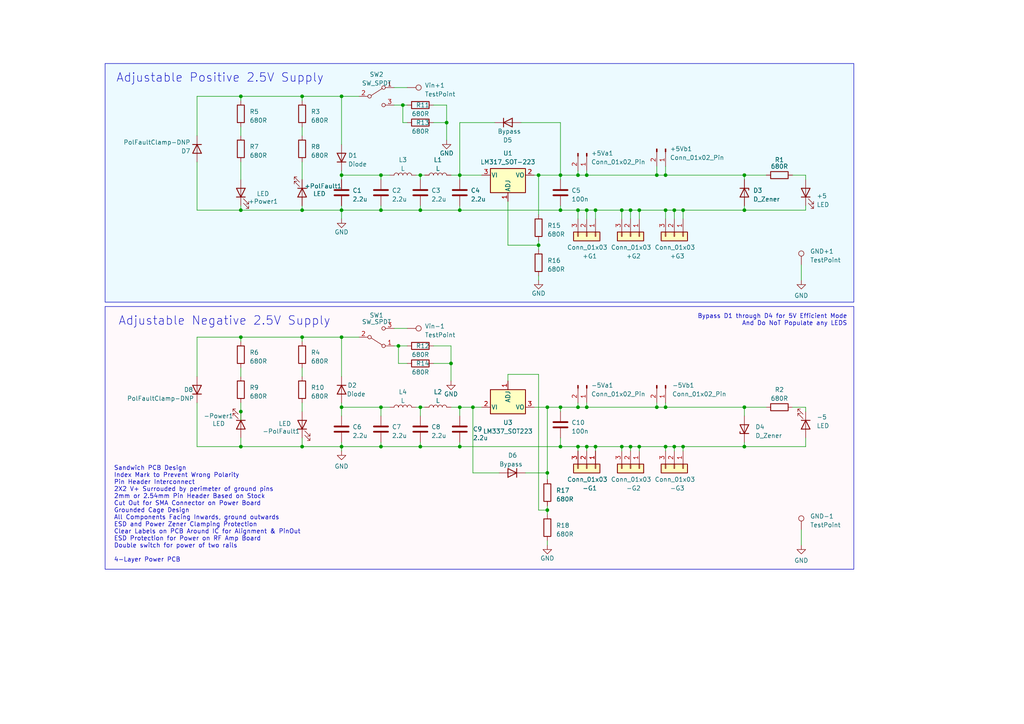
<source format=kicad_sch>
(kicad_sch (version 20230121) (generator eeschema)
  (paper "A4")
  (title_block (title "RF Power Board Adjustable") (date "2024-03-13") (rev "2.0"))
  (lib_symbols
    (symbol "Connector:Conn_01x02_Pin" (pin_names (offset 1.016) hide)
      (property "Reference" "J" (at 0 2.54 0))
      (property "Value" "Conn_01x02_Pin" (at 0 -5.08 0))
      (symbol "Conn_01x02_Pin_1_1"
        (polyline (pts (xy 1.27 -2.54) (xy 0.8636 -2.54)) (stroke (width 0.1524)))
        (polyline (pts (xy 1.27 0) (xy 0.8636 0)) (stroke (width 0.1524)))
        (rectangle (start 0.8636 -2.413) (end 0 -2.667) (stroke (width 0.1524)) (fill (type outline)))
        (rectangle (start 0.8636 0.127) (end 0 -0.127) (stroke (width 0.1524)) (fill (type outline)))
        (pin passive line (at 5.08 0 180) (length 3.81) (name "Pin_1") (number "1"))
        (pin passive line (at 5.08 -2.54 180) (length 3.81) (name "Pin_2") (number "2"))
      )
    )
    (symbol "Connector:TestPoint" (pin_numbers hide) (pin_names (offset 0.762) hide)
      (property "Reference" "TP" (at 0 6.858 0))
      (property "Value" "TestPoint" (at 0 5.08 0))
      (symbol "TestPoint_0_1"
        (circle (center 0 3.302) (radius 0.762))
      )
      (symbol "TestPoint_1_1"
        (pin passive line (at 0 0 90) (length 2.54) (name "1") (number "1"))
      )
    )
    (symbol "Connector_Generic:Conn_01x03" (pin_names (offset 1.016) hide)
      (property "Reference" "J" (at 0 5.08 0))
      (property "Value" "Conn_01x03" (at 0 -5.08 0))
      (symbol "Conn_01x03_1_1"
        (rectangle (start -1.27 -2.413) (end 0 -2.667) (stroke (width 0.1524)))
        (rectangle (start -1.27 0.127) (end 0 -0.127) (stroke (width 0.1524)))
        (rectangle (start -1.27 2.667) (end 0 2.413) (stroke (width 0.1524)))
        (rectangle (start -1.27 3.81) (end 1.27 -3.81) (stroke (width 0.254)) (fill (type background)))
        (pin passive line (at -5.08 2.54 0) (length 3.81) (name "Pin_1") (number "1"))
        (pin passive line (at -5.08 0 0) (length 3.81) (name "Pin_2") (number "2"))
        (pin passive line (at -5.08 -2.54 0) (length 3.81) (name "Pin_3") (number "3"))
      )
    )
    (symbol "Device:C" (pin_numbers hide) (pin_names (offset 0.254))
      (property "Reference" "C" (at 0.635 2.54 0))
      (property "Value" "C" (at 0.635 -2.54 0))
      (symbol "C_0_1"
        (polyline (pts (xy -2.032 -0.762) (xy 2.032 -0.762)) (stroke (width 0.508)))
        (polyline (pts (xy -2.032 0.762) (xy 2.032 0.762)) (stroke (width 0.508)))
      )
      (symbol "C_1_1"
        (pin passive line (at 0 3.81 270) (length 2.794) (name "~") (number "1"))
        (pin passive line (at 0 -3.81 90) (length 2.794) (name "~") (number "2"))
      )
    )
    (symbol "Device:D_Zener" (pin_numbers hide) (pin_names (offset 1.016) hide)
      (property "Reference" "D" (at 0 2.54 0))
      (property "Value" "D_Zener" (at 0 -2.54 0))
      (symbol "D_Zener_0_1"
        (polyline (pts (xy 1.27 0) (xy -1.27 0)))
        (polyline (pts (xy -1.27 -1.27) (xy -1.27 1.27) (xy -0.762 1.27)) (stroke (width 0.254)))
        (polyline (pts (xy 1.27 -1.27) (xy 1.27 1.27) (xy -1.27 0) (xy 1.27 -1.27)) (stroke (width 0.254)))
      )
      (symbol "D_Zener_1_1"
        (pin passive line (at -3.81 0 0) (length 2.54) (name "K") (number "1"))
        (pin passive line (at 3.81 0 180) (length 2.54) (name "A") (number "2"))
      )
    )
    (symbol "Device:L" (pin_numbers hide) (pin_names (offset 1.016) hide)
      (property "Reference" "L" (at -1.27 0 90))
      (property "Value" "L" (at 1.905 0 90))
      (symbol "L_0_1"
        (arc (start 0 -2.54) (mid 0.6323 -1.905) (end 0 -1.27))
        (arc (start 0 -1.27) (mid 0.6323 -0.635) (end 0 0))
        (arc (start 0 0) (mid 0.6323 0.635) (end 0 1.27))
        (arc (start 0 1.27) (mid 0.6323 1.905) (end 0 2.54))
      )
      (symbol "L_1_1"
        (pin passive line (at 0 3.81 270) (length 1.27) (name "1") (number "1"))
        (pin passive line (at 0 -3.81 90) (length 1.27) (name "2") (number "2"))
      )
    )
    (symbol "Device:LED" (pin_numbers hide) (pin_names (offset 1.016) hide)
      (property "Reference" "D" (at 0 2.54 0))
      (property "Value" "LED" (at 0 -2.54 0))
      (symbol "LED_0_1"
        (polyline (pts (xy -1.27 -1.27) (xy -1.27 1.27)) (stroke (width 0.254)))
        (polyline (pts (xy -1.27 0) (xy 1.27 0)))
        (polyline (pts (xy 1.27 -1.27) (xy 1.27 1.27) (xy -1.27 0) (xy 1.27 -1.27)) (stroke (width 0.254)))
        (polyline (pts (xy -3.048 -0.762) (xy -4.572 -2.286) (xy -3.81 -2.286) (xy -4.572 -2.286) (xy -4.572 -1.524)))
        (polyline (pts (xy -1.778 -0.762) (xy -3.302 -2.286) (xy -2.54 -2.286) (xy -3.302 -2.286) (xy -3.302 -1.524)))
      )
      (symbol "LED_1_1"
        (pin passive line (at -3.81 0 0) (length 2.54) (name "K") (number "1"))
        (pin passive line (at 3.81 0 180) (length 2.54) (name "A") (number "2"))
      )
    )
    (symbol "Device:R" (pin_numbers hide) (pin_names (offset 0))
      (property "Reference" "R" (at 2.032 0 90))
      (property "Value" "R" (at 0 0 90))
      (symbol "R_0_1"
        (rectangle (start -1.016 -2.54) (end 1.016 2.54) (stroke (width 0.254)))
      )
      (symbol "R_1_1"
        (pin passive line (at 0 3.81 270) (length 1.27) (name "~") (number "1"))
        (pin passive line (at 0 -3.81 90) (length 1.27) (name "~") (number "2"))
      )
    )
    (symbol "Regulator_Linear:LM317_SOT-223" (pin_names (offset 0.254))
      (property "Reference" "U" (at -3.81 3.175 0))
      (property "Value" "LM317_SOT-223" (at 0 3.175 0))
      (symbol "LM317_SOT-223_0_1"
        (rectangle (start -5.08 1.905) (end 5.08 -5.08) (stroke (width 0.254)) (fill (type background)))
      )
      (symbol "LM317_SOT-223_1_1"
        (pin input line (at 0 -7.62 90) (length 2.54) (name "ADJ") (number "1"))
        (pin power_out line (at 7.62 0 180) (length 2.54) (name "VO") (number "2"))
        (pin power_in line (at -7.62 0 0) (length 2.54) (name "VI") (number "3"))
      )
    )
    (symbol "Regulator_Linear:LM337_SOT223" (pin_names (offset 0.254))
      (property "Reference" "U" (at -3.81 -3.175 0))
      (property "Value" "LM337_SOT223" (at 0 -3.175 0))
      (symbol "LM337_SOT223_0_1"
        (rectangle (start -5.08 5.08) (end 5.08 -1.905) (stroke (width 0.254)) (fill (type background)))
      )
      (symbol "LM337_SOT223_1_1"
        (pin input line (at 0 7.62 270) (length 2.54) (name "ADJ") (number "1"))
        (pin power_in line (at -7.62 0 0) (length 2.54) (name "VI") (number "2"))
        (pin power_out line (at 7.62 0 180) (length 2.54) (name "VO") (number "3"))
      )
    )
    (symbol "ScottoKeebs:Placeholder_Diode" (pin_numbers hide) (pin_names hide)
      (property "Reference" "D" (at 0 2.54 0))
      (property "Value" "Diode" (at 0 -2.54 0))
      (symbol "Placeholder_Diode_0_1"
        (polyline (pts (xy -1.27 1.27) (xy -1.27 -1.27)) (stroke (width 0.254)))
        (polyline (pts (xy 1.27 0) (xy -1.27 0)))
        (polyline (pts (xy 1.27 1.27) (xy 1.27 -1.27) (xy -1.27 0) (xy 1.27 1.27)) (stroke (width 0.254)))
      )
      (symbol "Placeholder_Diode_1_1"
        (pin passive line (at -3.81 0 0) (length 2.54) (name "K") (number "1"))
        (pin passive line (at 3.81 0 180) (length 2.54) (name "A") (number "2"))
      )
    )
    (symbol "Switch:SW_SPDT" (pin_names (offset 0) hide)
      (property "Reference" "SW" (at 0 4.318 0))
      (property "Value" "SW_SPDT" (at 0 -5.08 0))
      (symbol "SW_SPDT_0_0"
        (circle (center -2.032 0) (radius 0.508))
        (circle (center 2.032 -2.54) (radius 0.508))
      )
      (symbol "SW_SPDT_0_1"
        (polyline (pts (xy -1.524 0.254) (xy 1.651 2.286)))
        (circle (center 2.032 2.54) (radius 0.508))
      )
      (symbol "SW_SPDT_1_1"
        (pin passive line (at 5.08 2.54 180) (length 2.54) (name "A") (number "1"))
        (pin passive line (at -5.08 0 0) (length 2.54) (name "B") (number "2"))
        (pin passive line (at 5.08 -2.54 180) (length 2.54) (name "C") (number "3"))
      )
    )
    (symbol "power:GND" (power) (pin_names (offset 0))
      (property "Value" "GND" (at 0 -3.81 0))
      (symbol "GND_0_1"
        (polyline (pts (xy 0 0) (xy 0 -1.27) (xy 1.27 -1.27) (xy 0 -2.54) (xy -1.27 -1.27) (xy 0 -1.27)))
      )
      (symbol "GND_1_1"
        (pin power_in line (at 0 0 270) (length 0) hide (name "GND") (number "1"))
      )
    )
  )
  (junction (at 121.92 50.8))
  (junction (at 167.64 60.96))
  (junction (at 133.35 129.54))
  (junction (at 198.12 129.54))
  (junction (at 87.63 97.79))
  (junction (at 69.85 60.96))
  (junction (at 156.21 71.12))
  (junction (at 137.16 118.11))
  (junction (at 133.35 50.8))
  (junction (at 116.84 30.48))
  (junction (at 195.58 129.54))
  (junction (at 180.34 129.54))
  (junction (at 99.06 60.96))
  (junction (at 69.85 27.94))
  (junction (at 193.04 60.96))
  (junction (at 133.35 60.96))
  (junction (at 193.04 50.8))
  (junction (at 99.06 50.8))
  (junction (at 158.75 118.11))
  (junction (at 193.04 129.54))
  (junction (at 99.06 27.94))
  (junction (at 215.9 60.96))
  (junction (at 182.88 60.96))
  (junction (at 110.49 118.11))
  (junction (at 215.9 129.54))
  (junction (at 110.49 60.96))
  (junction (at 69.85 97.79))
  (junction (at 170.18 60.96))
  (junction (at 158.75 147.955))
  (junction (at 167.64 50.8))
  (junction (at 190.5 118.11))
  (junction (at 215.9 50.8))
  (junction (at 182.88 129.54))
  (junction (at 121.92 118.11))
  (junction (at 121.92 129.54))
  (junction (at 115.57 100.33))
  (junction (at 110.49 50.8))
  (junction (at 195.58 60.96))
  (junction (at 99.06 97.79))
  (junction (at 172.72 60.96))
  (junction (at 99.06 129.54))
  (junction (at 99.06 118.11))
  (junction (at 162.56 60.96))
  (junction (at 69.85 129.54))
  (junction (at 185.42 129.54))
  (junction (at 185.42 60.96))
  (junction (at 69.85 119.38))
  (junction (at 215.9 118.11))
  (junction (at 167.64 118.11))
  (junction (at 87.63 60.96))
  (junction (at 170.18 118.11))
  (junction (at 170.18 129.54))
  (junction (at 167.64 129.54))
  (junction (at 133.35 118.11))
  (junction (at 162.56 50.8))
  (junction (at 110.49 129.54))
  (junction (at 190.5 50.8))
  (junction (at 193.04 118.11))
  (junction (at 129.54 35.56))
  (junction (at 87.63 129.54))
  (junction (at 198.12 60.96))
  (junction (at 170.18 50.8))
  (junction (at 162.56 129.54))
  (junction (at 162.56 118.11))
  (junction (at 87.63 27.94))
  (junction (at 158.75 137.16))
  (junction (at 130.81 105.41))
  (junction (at 180.34 60.96))
  (junction (at 156.21 50.8))
  (junction (at 172.72 129.54))
  (junction (at 121.92 60.96))
  (wire (pts (xy 233.68 52.07) (xy 233.68 50.8)))
  (wire (pts (xy 158.75 147.955) (xy 158.75 149.225)))
  (wire (pts (xy 121.92 52.07) (xy 121.92 50.8)))
  (wire (pts (xy 99.06 128.27) (xy 99.06 129.54)))
  (wire (pts (xy 198.12 60.96) (xy 195.58 60.96)))
  (wire (pts (xy 156.21 71.12) (xy 156.21 72.39)))
  (wire (pts (xy 110.49 60.96) (xy 99.06 60.96)))
  (wire (pts (xy 57.15 39.37) (xy 57.15 27.94)))
  (wire (pts (xy 121.92 128.27) (xy 121.92 129.54)))
  (wire (pts (xy 125.73 100.33) (xy 130.81 100.33)))
  (wire (pts (xy 69.85 97.79) (xy 87.63 97.79)))
  (wire (pts (xy 182.88 60.96) (xy 182.88 63.5)))
  (wire (pts (xy 158.75 137.16) (xy 158.75 118.11)))
  (wire (pts (xy 114.3 30.48) (xy 116.84 30.48)))
  (wire (pts (xy 190.5 48.26) (xy 190.5 50.8)))
  (wire (pts (xy 57.15 109.22) (xy 57.15 97.79)))
  (wire (pts (xy 172.72 60.96) (xy 170.18 60.96)))
  (wire (pts (xy 121.92 118.11) (xy 120.65 118.11)))
  (wire (pts (xy 130.81 100.33) (xy 130.81 105.41)))
  (wire (pts (xy 147.32 58.42) (xy 147.32 71.12)))
  (wire (pts (xy 121.92 60.96) (xy 133.35 60.96)))
  (wire (pts (xy 121.92 129.54) (xy 110.49 129.54)))
  (wire (pts (xy 57.15 129.54) (xy 69.85 129.54)))
  (wire (pts (xy 180.34 60.96) (xy 172.72 60.96)))
  (wire (pts (xy 193.04 50.8) (xy 215.9 50.8)))
  (wire (pts (xy 167.64 60.96) (xy 167.64 63.5)))
  (wire (pts (xy 99.06 60.96) (xy 99.06 63.5)))
  (wire (pts (xy 193.04 60.96) (xy 193.04 63.5)))
  (wire (pts (xy 87.63 46.99) (xy 87.63 52.07)))
  (wire (pts (xy 69.85 36.83) (xy 69.85 39.37)))
  (wire (pts (xy 118.11 105.41) (xy 115.57 105.41)))
  (wire (pts (xy 69.85 116.84) (xy 69.85 119.38)))
  (wire (pts (xy 162.56 50.8) (xy 162.56 52.07)))
  (wire (pts (xy 233.68 60.96) (xy 215.9 60.96)))
  (wire (pts (xy 193.04 116.84) (xy 193.04 118.11)))
  (wire (pts (xy 133.35 59.69) (xy 133.35 60.96)))
  (wire (pts (xy 156.21 108.585) (xy 156.21 147.955)))
  (wire (pts (xy 167.64 116.84) (xy 167.64 118.11)))
  (wire (pts (xy 172.72 129.54) (xy 172.72 130.81)))
  (wire (pts (xy 69.85 29.21) (xy 69.85 27.94)))
  (wire (pts (xy 158.75 146.685) (xy 158.75 147.955)))
  (wire (pts (xy 167.64 50.8) (xy 170.18 50.8)))
  (wire (pts (xy 162.56 35.56) (xy 162.56 50.8)))
  (wire (pts (xy 87.63 60.96) (xy 99.06 60.96)))
  (wire (pts (xy 137.16 118.11) (xy 139.7 118.11)))
  (wire (pts (xy 147.32 110.49) (xy 147.32 108.585)))
  (wire (pts (xy 69.85 60.96) (xy 87.63 60.96)))
  (wire (pts (xy 193.04 60.96) (xy 185.42 60.96)))
  (wire (pts (xy 156.21 69.85) (xy 156.21 71.12)))
  (wire (pts (xy 233.68 59.69) (xy 233.68 60.96)))
  (wire (pts (xy 215.9 50.8) (xy 215.9 52.07)))
  (wire (pts (xy 87.63 29.21) (xy 87.63 27.94)))
  (wire (pts (xy 87.63 97.79) (xy 99.06 97.79)))
  (wire (pts (xy 121.92 120.65) (xy 121.92 118.11)))
  (wire (pts (xy 170.18 60.96) (xy 170.18 63.5)))
  (wire (pts (xy 167.64 60.96) (xy 162.56 60.96)))
  (wire (pts (xy 133.35 129.54) (xy 121.92 129.54)))
  (wire (pts (xy 57.15 46.99) (xy 57.15 60.96)))
  (wire (pts (xy 110.49 118.11) (xy 99.06 118.11)))
  (wire (pts (xy 195.58 60.96) (xy 193.04 60.96)))
  (wire (pts (xy 133.35 35.56) (xy 133.35 50.8)))
  (wire (pts (xy 87.63 27.94) (xy 99.06 27.94)))
  (wire (pts (xy 57.15 97.79) (xy 69.85 97.79)))
  (wire (pts (xy 215.9 129.54) (xy 233.68 129.54)))
  (wire (pts (xy 198.12 60.96) (xy 215.9 60.96)))
  (wire (pts (xy 154.94 50.8) (xy 156.21 50.8)))
  (wire (pts (xy 99.06 27.94) (xy 104.14 27.94)))
  (wire (pts (xy 57.15 27.94) (xy 69.85 27.94)))
  (wire (pts (xy 170.18 129.54) (xy 170.18 130.81)))
  (wire (pts (xy 130.81 50.8) (xy 133.35 50.8)))
  (wire (pts (xy 154.94 118.11) (xy 158.75 118.11)))
  (wire (pts (xy 99.06 27.94) (xy 99.06 41.91)))
  (wire (pts (xy 180.34 60.96) (xy 180.34 63.5)))
  (wire (pts (xy 129.54 30.48) (xy 129.54 35.56)))
  (wire (pts (xy 87.63 106.68) (xy 87.63 109.22)))
  (wire (pts (xy 115.57 105.41) (xy 115.57 100.33)))
  (wire (pts (xy 99.06 59.69) (xy 99.06 60.96)))
  (wire (pts (xy 118.11 35.56) (xy 116.84 35.56)))
  (wire (pts (xy 185.42 60.96) (xy 185.42 63.5)))
  (wire (pts (xy 167.64 129.54) (xy 167.64 130.81)))
  (wire (pts (xy 182.88 60.96) (xy 180.34 60.96)))
  (wire (pts (xy 114.3 100.33) (xy 115.57 100.33)))
  (wire (pts (xy 215.9 128.27) (xy 215.9 129.54)))
  (wire (pts (xy 87.63 59.69) (xy 87.63 60.96)))
  (wire (pts (xy 151.13 35.56) (xy 162.56 35.56)))
  (wire (pts (xy 133.35 118.11) (xy 137.16 118.11)))
  (wire (pts (xy 198.12 129.54) (xy 195.58 129.54)))
  (wire (pts (xy 69.85 129.54) (xy 87.63 129.54)))
  (wire (pts (xy 114.3 25.4) (xy 118.11 25.4)))
  (wire (pts (xy 87.63 127) (xy 87.63 129.54)))
  (wire (pts (xy 170.18 129.54) (xy 167.64 129.54)))
  (wire (pts (xy 137.16 137.16) (xy 137.16 118.11)))
  (wire (pts (xy 167.64 129.54) (xy 162.56 129.54)))
  (wire (pts (xy 121.92 50.8) (xy 123.19 50.8)))
  (wire (pts (xy 125.73 30.48) (xy 129.54 30.48)))
  (wire (pts (xy 57.15 116.84) (xy 57.15 129.54)))
  (wire (pts (xy 99.06 97.79) (xy 99.06 109.22)))
  (wire (pts (xy 156.21 50.8) (xy 162.56 50.8)))
  (wire (pts (xy 198.12 129.54) (xy 215.9 129.54)))
  (wire (pts (xy 121.92 118.11) (xy 123.19 118.11)))
  (wire (pts (xy 133.35 128.27) (xy 133.35 129.54)))
  (wire (pts (xy 133.35 120.65) (xy 133.35 118.11)))
  (wire (pts (xy 193.04 129.54) (xy 185.42 129.54)))
  (wire (pts (xy 158.75 118.11) (xy 162.56 118.11)))
  (wire (pts (xy 133.35 129.54) (xy 162.56 129.54)))
  (wire (pts (xy 147.32 108.585) (xy 156.21 108.585)))
  (wire (pts (xy 170.18 116.84) (xy 170.18 118.11)))
  (wire (pts (xy 215.9 59.69) (xy 215.9 60.96)))
  (wire (pts (xy 193.04 129.54) (xy 193.04 130.81)))
  (wire (pts (xy 144.78 137.16) (xy 137.16 137.16)))
  (wire (pts (xy 215.9 50.8) (xy 222.25 50.8)))
  (wire (pts (xy 69.85 119.38) (xy 69.85 121.92)))
  (wire (pts (xy 99.06 129.54) (xy 110.49 129.54)))
  (wire (pts (xy 215.9 118.11) (xy 222.25 118.11)))
  (wire (pts (xy 158.75 156.845) (xy 158.75 158.115)))
  (wire (pts (xy 162.56 127) (xy 162.56 129.54)))
  (wire (pts (xy 156.21 147.955) (xy 158.75 147.955)))
  (wire (pts (xy 180.34 129.54) (xy 172.72 129.54)))
  (wire (pts (xy 190.5 116.84) (xy 190.5 118.11)))
  (wire (pts (xy 182.88 129.54) (xy 180.34 129.54)))
  (wire (pts (xy 133.35 52.07) (xy 133.35 50.8)))
  (wire (pts (xy 99.06 129.54) (xy 99.06 130.81)))
  (wire (pts (xy 185.42 129.54) (xy 182.88 129.54)))
  (wire (pts (xy 232.41 76.835) (xy 232.41 81.28)))
  (wire (pts (xy 125.73 35.56) (xy 129.54 35.56)))
  (wire (pts (xy 193.04 118.11) (xy 215.9 118.11)))
  (wire (pts (xy 69.85 59.69) (xy 69.85 60.96)))
  (wire (pts (xy 87.63 116.84) (xy 87.63 119.38)))
  (wire (pts (xy 113.03 118.11) (xy 110.49 118.11)))
  (wire (pts (xy 110.49 50.8) (xy 99.06 50.8)))
  (wire (pts (xy 193.04 50.8) (xy 190.5 50.8)))
  (wire (pts (xy 233.68 127) (xy 233.68 129.54)))
  (wire (pts (xy 162.56 59.69) (xy 162.56 60.96)))
  (wire (pts (xy 110.49 59.69) (xy 110.49 60.96)))
  (wire (pts (xy 87.63 36.83) (xy 87.63 39.37)))
  (wire (pts (xy 195.58 129.54) (xy 195.58 130.81)))
  (wire (pts (xy 69.85 127) (xy 69.85 129.54)))
  (wire (pts (xy 172.72 60.96) (xy 172.72 63.5)))
  (wire (pts (xy 87.63 129.54) (xy 99.06 129.54)))
  (wire (pts (xy 110.49 128.27) (xy 110.49 129.54)))
  (wire (pts (xy 180.34 129.54) (xy 180.34 130.81)))
  (wire (pts (xy 152.4 137.16) (xy 158.75 137.16)))
  (wire (pts (xy 185.42 60.96) (xy 182.88 60.96)))
  (wire (pts (xy 69.85 46.99) (xy 69.85 52.07)))
  (wire (pts (xy 115.57 100.33) (xy 118.11 100.33)))
  (wire (pts (xy 121.92 59.69) (xy 121.92 60.96)))
  (wire (pts (xy 167.64 49.53) (xy 167.64 50.8)))
  (wire (pts (xy 185.42 129.54) (xy 185.42 130.81)))
  (wire (pts (xy 170.18 118.11) (xy 190.5 118.11)))
  (wire (pts (xy 147.32 71.12) (xy 156.21 71.12)))
  (wire (pts (xy 57.15 60.96) (xy 69.85 60.96)))
  (wire (pts (xy 162.56 118.11) (xy 162.56 119.38)))
  (wire (pts (xy 193.04 118.11) (xy 190.5 118.11)))
  (wire (pts (xy 198.12 130.81) (xy 198.12 129.54)))
  (wire (pts (xy 130.81 105.41) (xy 130.81 110.49)))
  (wire (pts (xy 99.06 116.84) (xy 99.06 118.11)))
  (wire (pts (xy 133.35 60.96) (xy 162.56 60.96)))
  (wire (pts (xy 116.84 30.48) (xy 118.11 30.48)))
  (wire (pts (xy 121.92 50.8) (xy 120.65 50.8)))
  (wire (pts (xy 167.64 118.11) (xy 170.18 118.11)))
  (wire (pts (xy 69.85 106.68) (xy 69.85 109.22)))
  (wire (pts (xy 193.04 48.26) (xy 193.04 50.8)))
  (wire (pts (xy 143.51 35.56) (xy 133.35 35.56)))
  (wire (pts (xy 99.06 49.53) (xy 99.06 50.8)))
  (wire (pts (xy 215.9 118.11) (xy 215.9 120.65)))
  (wire (pts (xy 162.56 50.8) (xy 167.64 50.8)))
  (wire (pts (xy 110.49 120.65) (xy 110.49 118.11)))
  (wire (pts (xy 133.35 50.8) (xy 139.7 50.8)))
  (wire (pts (xy 125.73 105.41) (xy 130.81 105.41)))
  (wire (pts (xy 162.56 118.11) (xy 167.64 118.11)))
  (wire (pts (xy 182.88 129.54) (xy 182.88 130.81)))
  (wire (pts (xy 114.3 95.25) (xy 118.11 95.25)))
  (wire (pts (xy 156.21 62.23) (xy 156.21 50.8)))
  (wire (pts (xy 233.68 50.8) (xy 229.87 50.8)))
  (wire (pts (xy 170.18 60.96) (xy 167.64 60.96)))
  (wire (pts (xy 156.21 80.01) (xy 156.21 81.28)))
  (wire (pts (xy 158.75 137.16) (xy 158.75 139.065)))
  (wire (pts (xy 69.85 99.06) (xy 69.85 97.79)))
  (wire (pts (xy 170.18 50.8) (xy 190.5 50.8)))
  (wire (pts (xy 69.85 27.94) (xy 87.63 27.94)))
  (wire (pts (xy 99.06 118.11) (xy 99.06 120.65)))
  (wire (pts (xy 195.58 129.54) (xy 193.04 129.54)))
  (wire (pts (xy 133.35 118.11) (xy 130.81 118.11)))
  (wire (pts (xy 195.58 60.96) (xy 195.58 63.5)))
  (wire (pts (xy 129.54 35.56) (xy 129.54 40.64)))
  (wire (pts (xy 233.68 119.38) (xy 233.68 118.11)))
  (wire (pts (xy 87.63 99.06) (xy 87.63 97.79)))
  (wire (pts (xy 172.72 129.54) (xy 170.18 129.54)))
  (wire (pts (xy 99.06 50.8) (xy 99.06 52.07)))
  (wire (pts (xy 110.49 52.07) (xy 110.49 50.8)))
  (wire (pts (xy 170.18 49.53) (xy 170.18 50.8)))
  (wire (pts (xy 116.84 35.56) (xy 116.84 30.48)))
  (wire (pts (xy 232.41 153.67) (xy 232.41 158.115)))
  (wire (pts (xy 99.06 97.79) (xy 104.14 97.79)))
  (wire (pts (xy 121.92 60.96) (xy 110.49 60.96)))
  (wire (pts (xy 113.03 50.8) (xy 110.49 50.8)))
  (wire (pts (xy 198.12 63.5) (xy 198.12 60.96)))
  (wire (pts (xy 233.68 118.11) (xy 229.87 118.11)))
  (rectangle (start 30.48 88.9) (end 247.65 165.1) (fill (type color) (color 255 225 236 0.2)))
  (rectangle (start 30.48 18.415) (end 247.65 87.63) (fill (type color) (color 164 230 255 0.2)))
  (text "Sandwich PCB Design\nIndex Mark to Prevent Wrong Polarity\nPin Header Interconnect\n2X2 V+ Surrouded by perimeter of ground pins\n2mm or 2.54mm Pin Header Based on Stock\nCut Out for SMA Connector on Power Board\nGrounded Cage Design\nAll Components Facing Inwards, ground outwards\nESD and Power Zener Clamping Protection\nClear Labels on PCB Around IC for Alignment & PinOut\nESD Protection for Power on RF Amp Board\nDouble switch for power of two rails\n\n4-Layer Power PCB" (at 33.02 163.195 0) (effects (font (size 1.27 1.27)) (justify left bottom)))
  (text "Adjustable Negative 2.5V Supply" (at 34.29 94.615 0) (effects (font (size 2.5 2.5)) (justify left bottom)))
  (text "Adjustable Positive 2.5V Supply" (at 33.655 24.13 0) (effects (font (size 2.5 2.5)) (justify left bottom)))
  (text "Bypass D1 through D4 for 5V Efficient Mode\nAnd Do NoT Populate any LEDS" (at 245.745 94.615 0) (effects (font (size 1.27 1.27)) (justify right bottom)))
  (symbol (lib_id "Device:LED") (at 69.85 55.88 90) (unit 1)
    (property "Reference" "+Power1" (at 80.645 58.42 90) (effects (justify left)))
    (property "Value" "LED" (at 78.105 56.1975 90) (effects (justify left)))
    (property "Footprint" "LED_SMD:LED_0805_2012Metric_Pad1.15x1.40mm_HandSolder" (effects hide))
  )
  (symbol (lib_id "Device:R") (at 69.85 43.18 180) (unit 1)
    (property "Reference" "R7" (at 72.39 42.545 0) (effects (justify right)))
    (property "Value" "680R" (at 72.39 45.085 0) (effects (justify right)))
    (property "Footprint" "Resistor_SMD:R_0805_2012Metric_Pad1.20x1.40mm_HandSolder" (effects hide))
  )
  (symbol (lib_id "power:GND") (at 232.41 158.115 0) (unit 1)
    (property "Reference" "#PWR02" (effects hide))
    (property "Value" "GND" (at 232.41 162.56 0))
  )
  (symbol (lib_id "Device:R") (at 87.63 102.87 180) (unit 1)
    (property "Reference" "R4" (at 90.17 102.235 0) (effects (justify right)))
    (property "Value" "680R" (at 90.17 104.775 0) (effects (justify right)))
    (property "Footprint" "Resistor_SMD:R_0805_2012Metric_Pad1.20x1.40mm_HandSolder" (effects hide))
  )
  (symbol (lib_id "power:GND") (at 99.06 130.81 0) (unit 1)
    (property "Reference" "#PWR04" (effects hide))
    (property "Value" "GND" (at 99.06 135.255 0))
  )
  (symbol (lib_id "power:GND") (at 158.75 158.115 0) (unit 1)
    (property "Reference" "#PWR08" (effects hide))
    (property "Value" "GND" (at 158.75 161.925 0))
  )
  (symbol (lib_id "Device:R") (at 158.75 142.875 180) (unit 1)
    (property "Reference" "R17" (at 161.29 142.24 0) (effects (justify right)))
    (property "Value" "680R" (at 161.29 144.78 0) (effects (justify right)))
    (property "Footprint" "Resistor_SMD:R_0805_2012Metric_Pad1.20x1.40mm_HandSolder" (effects hide))
  )
  (symbol (lib_id "Device:C") (at 121.92 55.88 0) (unit 1)
    (property "Reference" "C3" (at 125.095 55.245 0) (effects (justify left)))
    (property "Value" "2.2u" (at 125.095 57.785 0) (effects (justify left)))
    (property "Footprint" "Capacitor_SMD:C_1206_3216Metric_Pad1.33x1.80mm_HandSolder" (effects hide))
  )
  (symbol (lib_id "Device:R") (at 69.85 113.03 180) (unit 1)
    (property "Reference" "R9" (at 72.39 112.395 0) (effects (justify right)))
    (property "Value" "680R" (at 72.39 114.935 0) (effects (justify right)))
    (property "Footprint" "Resistor_SMD:R_0805_2012Metric_Pad1.20x1.40mm_HandSolder" (effects hide))
  )
  (symbol (lib_id "ScottoKeebs:Placeholder_Diode") (at 148.59 137.16 180) (unit 1)
    (property "Reference" "D6" (at 147.32 132.08 0) (effects (justify right)))
    (property "Value" "Bypass" (at 144.78 134.62 0) (effects (justify right)))
    (property "Footprint" "Diode_SMD:D_MELF" (effects hide))
    (property "Sim.Device" "D" (effects hide))
    (property "Sim.Pins" "1=K 2=A" (effects hide))
  )
  (symbol (lib_id "Connector_Generic:Conn_01x03") (at 195.58 135.89 270) (unit 1)
    (property "Reference" "-G3" (at 194.31 141.605 90) (effects (justify left)))
    (property "Value" "Conn_01x03" (at 189.865 139.065 90) (effects (justify left)))
    (property "Footprint" "Connector_PinHeader_2.54mm:PinHeader_1x03_P2.54mm_Vertical" (effects hide))
  )
  (symbol (lib_id "Device:LED") (at 87.63 123.19 90) (unit 1)
    (property "Reference" "-PolFault1" (at 86.995 125.095 90) (effects (justify left)))
    (property "Value" "LED" (at 84.455 122.8725 90) (effects (justify left)))
    (property "Footprint" "LED_SMD:LED_0805_2012Metric_Pad1.15x1.40mm_HandSolder" (effects hide))
  )
  (symbol (lib_id "power:GND") (at 99.06 63.5 0) (unit 1)
    (property "Reference" "#PWR03" (effects hide))
    (property "Value" "GND" (at 99.06 67.31 0))
  )
  (symbol (lib_id "Device:C") (at 110.49 55.88 0) (unit 1)
    (property "Reference" "C2" (at 113.665 55.245 0) (effects (justify left)))
    (property "Value" "2.2u" (at 113.665 57.785 0) (effects (justify left)))
    (property "Footprint" "Capacitor_SMD:C_1206_3216Metric_Pad1.33x1.80mm_HandSolder" (effects hide))
  )
  (symbol (lib_id "Device:L") (at 127 50.8 90) (unit 1)
    (property "Reference" "L1" (at 127 46.355 90))
    (property "Value" "L" (at 127 48.895 90))
    (property "Footprint" "Inductor_SMD:L_6.3x6.3_H3" (effects hide))
  )
  (symbol (lib_id "ScottoKeebs:Placeholder_Diode") (at 147.32 35.56 0) (unit 1)
    (property "Reference" "D5" (at 148.59 40.64 0) (effects (justify right)))
    (property "Value" "Bypass" (at 151.13 38.1 0) (effects (justify right)))
    (property "Footprint" "Diode_SMD:D_MELF" (effects hide))
    (property "Sim.Device" "D" (effects hide))
    (property "Sim.Pins" "1=K 2=A" (effects hide))
  )
  (symbol (lib_id "Connector:TestPoint") (at 118.11 25.4 270) (unit 1)
    (property "Reference" "Vin+1" (at 123.19 24.765 90) (effects (justify left)))
    (property "Value" "TestPoint" (at 123.19 27.305 90) (effects (justify left)))
    (property "Footprint" "TestPoint:TestPoint_Pad_D4.0mm" (effects hide))
  )
  (symbol (lib_id "ScottoKeebs:Placeholder_Diode") (at 57.15 113.03 90) (unit 1)
    (property "Reference" "D8" (at 53.34 113.03 90) (effects (justify right)))
    (property "Value" "PolFaultClamp-DNP" (at 36.83 115.57 90) (effects (justify right)))
    (property "Footprint" "Diode_SMD:D_MELF" (effects hide))
    (property "Sim.Device" "D" (effects hide))
    (property "Sim.Pins" "1=K 2=A" (effects hide))
  )
  (symbol (lib_id "Device:R") (at 87.63 33.02 180) (unit 1)
    (property "Reference" "R3" (at 90.17 32.385 0) (effects (justify right)))
    (property "Value" "680R" (at 90.17 34.925 0) (effects (justify right)))
    (property "Footprint" "Resistor_SMD:R_0805_2012Metric_Pad1.20x1.40mm_HandSolder" (effects hide))
  )
  (symbol (lib_id "Device:R") (at 156.21 66.04 180) (unit 1)
    (property "Reference" "R15" (at 158.75 65.405 0) (effects (justify right)))
    (property "Value" "680R" (at 158.75 67.945 0) (effects (justify right)))
    (property "Footprint" "Resistor_SMD:R_0805_2012Metric_Pad1.20x1.40mm_HandSolder" (effects hide))
  )
  (symbol (lib_id "Connector:TestPoint") (at 232.41 153.67 0) (unit 1)
    (property "Reference" "GND-1" (at 234.95 149.733 0) (effects (justify left)))
    (property "Value" "TestPoint" (at 234.95 152.273 0) (effects (justify left)))
    (property "Footprint" "TestPoint:TestPoint_Pad_D4.0mm" (effects hide))
  )
  (symbol (lib_id "Connector_Generic:Conn_01x03") (at 182.88 135.89 270) (unit 1)
    (property "Reference" "-G2" (at 181.61 141.605 90) (effects (justify left)))
    (property "Value" "Conn_01x03" (at 177.165 139.065 90) (effects (justify left)))
    (property "Footprint" "Connector_PinHeader_2.54mm:PinHeader_1x03_P2.54mm_Vertical" (effects hide))
  )
  (symbol (lib_id "ScottoKeebs:Placeholder_Diode") (at 99.06 45.72 90) (unit 1)
    (property "Reference" "D1" (at 100.965 45.085 90) (effects (justify right)))
    (property "Value" "Diode" (at 100.965 47.625 90) (effects (justify right)))
    (property "Footprint" "Diode_SMD:D_MELF" (effects hide))
    (property "Sim.Device" "D" (effects hide))
    (property "Sim.Pins" "1=K 2=A" (effects hide))
  )
  (symbol (lib_id "Device:LED") (at 233.68 123.19 270) (unit 1)
    (property "Reference" "-5" (at 236.855 120.9675 90) (effects (justify left)))
    (property "Value" "LED" (at 236.855 123.5075 90) (effects (justify left)))
    (property "Footprint" "LED_SMD:LED_0805_2012Metric_Pad1.15x1.40mm_HandSolder" (effects hide))
  )
  (symbol (lib_id "Device:R") (at 226.06 118.11 90) (unit 1)
    (property "Reference" "R2" (at 226.06 113.03 90))
    (property "Value" "680R" (at 226.06 115.57 90))
    (property "Footprint" "Resistor_SMD:R_0805_2012Metric_Pad1.20x1.40mm_HandSolder" (effects hide))
  )
  (symbol (lib_id "Device:R") (at 226.06 50.8 90) (unit 1)
    (property "Reference" "R1" (at 226.06 46.355 90))
    (property "Value" "680R" (at 226.06 48.26 90))
    (property "Footprint" "Resistor_SMD:R_0805_2012Metric_Pad1.20x1.40mm_HandSolder" (effects hide))
  )
  (symbol (lib_id "Device:R") (at 69.85 33.02 180) (unit 1)
    (property "Reference" "R5" (at 72.39 32.385 0) (effects (justify right)))
    (property "Value" "680R" (at 72.39 34.925 0) (effects (justify right)))
    (property "Footprint" "Resistor_SMD:R_0805_2012Metric_Pad1.20x1.40mm_HandSolder" (effects hide))
  )
  (symbol (lib_id "Device:R") (at 156.21 76.2 180) (unit 1)
    (property "Reference" "R16" (at 158.75 75.565 0) (effects (justify right)))
    (property "Value" "680R" (at 158.75 78.105 0) (effects (justify right)))
    (property "Footprint" "Resistor_SMD:R_0805_2012Metric_Pad1.20x1.40mm_HandSolder" (effects hide))
  )
  (symbol (lib_id "Connector:Conn_01x02_Pin") (at 193.04 43.18 270) (unit 1)
    (property "Reference" "+5Vb1" (at 194.31 43.18 90) (effects (justify left)))
    (property "Value" "Conn_01x02_Pin" (at 194.31 45.72 90) (effects (justify left)))
    (property "Footprint" "Connector_PinHeader_2.54mm:PinHeader_1x02_P2.54mm_Vertical" (effects hide))
  )
  (symbol (lib_id "Switch:SW_SPDT") (at 109.22 97.79 0) (mirror x) (unit 1)
    (property "Reference" "SW1" (at 109.22 91.44 0))
    (property "Value" "SW_SPDT" (at 109.22 93.345 0))
    (property "Footprint" "RF-Project2:SPDT-Long-SMD" (effects hide))
  )
  (symbol (lib_id "Device:LED") (at 233.68 55.88 90) (unit 1)
    (property "Reference" "+5" (at 236.855 56.8325 90) (effects (justify right)))
    (property "Value" "LED" (at 236.855 59.3725 90) (effects (justify right)))
    (property "Footprint" "LED_SMD:LED_0805_2012Metric_Pad1.15x1.40mm_HandSolder" (effects hide))
  )
  (symbol (lib_id "Connector:Conn_01x02_Pin") (at 193.04 111.76 270) (unit 1)
    (property "Reference" "-5Vb1" (at 194.945 111.76 90) (effects (justify left)))
    (property "Value" "Conn_01x02_Pin" (at 194.945 114.3 90) (effects (justify left)))
    (property "Footprint" "Connector_PinHeader_2.54mm:PinHeader_1x02_P2.54mm_Vertical" (effects hide))
  )
  (symbol (lib_id "Regulator_Linear:LM317_SOT-223") (at 147.32 50.8 0) (unit 1)
    (property "Reference" "U1" (at 147.32 44.45 0))
    (property "Value" "LM317_SOT-223" (at 147.32 46.99 0))
    (property "Footprint" "Package_TO_SOT_SMD:SOT-223-3_TabPin2" (effects hide))
    (property "Datasheet" "http://www.ti.com/lit/ds/symlink/lm317.pdf" (effects hide))
  )
  (symbol (lib_id "Device:C") (at 162.56 123.19 0) (unit 1)
    (property "Reference" "C10" (at 165.735 122.555 0) (effects (justify left)))
    (property "Value" "100n" (at 165.735 125.095 0) (effects (justify left)))
    (property "Footprint" "Capacitor_SMD:C_0603_1608Metric_Pad1.08x0.95mm_HandSolder" (effects hide))
  )
  (symbol (lib_id "Switch:SW_SPDT") (at 109.22 27.94 0) (unit 1)
    (property "Reference" "SW2" (at 109.22 21.59 0))
    (property "Value" "SW_SPDT" (at 109.22 24.13 0))
    (property "Footprint" "RF-Project2:SPDT-Long-SMD" (effects hide))
  )
  (symbol (lib_id "Device:LED") (at 69.85 123.19 270) (unit 1)
    (property "Reference" "-Power1" (at 59.055 120.65 90) (effects (justify left)))
    (property "Value" "LED" (at 61.595 122.8725 90) (effects (justify left)))
    (property "Footprint" "LED_SMD:LED_0805_2012Metric_Pad1.15x1.40mm_HandSolder" (effects hide))
  )
  (symbol (lib_id "Device:R") (at 87.63 113.03 180) (unit 1)
    (property "Reference" "R10" (at 90.17 112.395 0) (effects (justify right)))
    (property "Value" "680R" (at 90.17 114.935 0) (effects (justify right)))
    (property "Footprint" "Resistor_SMD:R_0805_2012Metric_Pad1.20x1.40mm_HandSolder" (effects hide))
  )
  (symbol (lib_id "Device:C") (at 121.92 124.46 0) (unit 1)
    (property "Reference" "C8" (at 125.095 123.825 0) (effects (justify left)))
    (property "Value" "2.2u" (at 125.095 126.365 0) (effects (justify left)))
    (property "Footprint" "Capacitor_SMD:C_1206_3216Metric_Pad1.33x1.80mm_HandSolder" (effects hide))
  )
  (symbol (lib_id "Device:C") (at 110.49 124.46 0) (unit 1)
    (property "Reference" "C7" (at 113.665 123.825 0) (effects (justify left)))
    (property "Value" "2.2u" (at 113.665 126.365 0) (effects (justify left)))
    (property "Footprint" "Capacitor_SMD:C_1206_3216Metric_Pad1.33x1.80mm_HandSolder" (effects hide))
  )
  (symbol (lib_id "Device:C") (at 133.35 124.46 0) (unit 1)
    (property "Reference" "C9" (at 137.16 124.46 0) (effects (justify left)))
    (property "Value" "2.2u" (at 137.16 127 0) (effects (justify left)))
    (property "Footprint" "Capacitor_SMD:C_1206_3216Metric_Pad1.33x1.80mm_HandSolder" (effects hide))
  )
  (symbol (lib_id "Connector_Generic:Conn_01x03") (at 170.18 68.58 270) (unit 1)
    (property "Reference" "+G1" (at 168.91 74.295 90) (effects (justify left)))
    (property "Value" "Conn_01x03" (at 164.465 71.755 90) (effects (justify left)))
    (property "Footprint" "Connector_PinHeader_2.54mm:PinHeader_1x03_P2.54mm_Vertical" (effects hide))
  )
  (symbol (lib_id "Connector_Generic:Conn_01x03") (at 195.58 68.58 270) (unit 1)
    (property "Reference" "+G3" (at 194.31 74.295 90) (effects (justify left)))
    (property "Value" "Conn_01x03" (at 189.865 71.755 90) (effects (justify left)))
    (property "Footprint" "Connector_PinHeader_2.54mm:PinHeader_1x03_P2.54mm_Vertical" (effects hide))
  )
  (symbol (lib_id "power:GND") (at 232.41 81.28 0) (unit 1)
    (property "Reference" "#PWR01" (effects hide))
    (property "Value" "GND" (at 232.41 85.725 0))
  )
  (symbol (lib_id "Connector:Conn_01x02_Pin") (at 170.18 111.76 270) (unit 1)
    (property "Reference" "-5Va1" (at 171.45 111.76 90) (effects (justify left)))
    (property "Value" "Conn_01x02_Pin" (at 171.45 114.3 90) (effects (justify left)))
    (property "Footprint" "Connector_PinHeader_2.54mm:PinHeader_1x02_P2.54mm_Vertical" (effects hide))
  )
  (symbol (lib_id "Connector_Generic:Conn_01x03") (at 170.18 135.89 270) (unit 1)
    (property "Reference" "-G1" (at 168.91 141.605 90) (effects (justify left)))
    (property "Value" "Conn_01x03" (at 164.465 139.065 90) (effects (justify left)))
    (property "Footprint" "Connector_PinHeader_2.54mm:PinHeader_1x03_P2.54mm_Vertical" (effects hide))
  )
  (symbol (lib_id "Regulator_Linear:LM337_SOT223") (at 147.32 118.11 0) (unit 1)
    (property "Reference" "U3" (at 147.32 122.555 0))
    (property "Value" "LM337_SOT223" (at 147.32 125.095 0))
    (property "Footprint" "Package_TO_SOT_SMD:SOT-223-3_TabPin2" (effects hide))
    (property "Datasheet" "http://www.ti.com/lit/ds/symlink/lm337-n.pdf" (effects hide))
  )
  (symbol (lib_id "Device:R") (at 69.85 102.87 180) (unit 1)
    (property "Reference" "R6" (at 72.39 102.235 0) (effects (justify right)))
    (property "Value" "680R" (at 72.39 104.775 0) (effects (justify right)))
    (property "Footprint" "Resistor_SMD:R_0805_2012Metric_Pad1.20x1.40mm_HandSolder" (effects hide))
  )
  (symbol (lib_id "power:GND") (at 156.21 81.28 0) (unit 1)
    (property "Reference" "#PWR07" (effects hide))
    (property "Value" "GND" (at 156.21 85.09 0))
  )
  (symbol (lib_id "Device:C") (at 133.35 55.88 0) (unit 1)
    (property "Reference" "C4" (at 136.525 55.245 0) (effects (justify left)))
    (property "Value" "2.2u" (at 136.525 57.785 0) (effects (justify left)))
    (property "Footprint" "Capacitor_SMD:C_1206_3216Metric_Pad1.33x1.80mm_HandSolder" (effects hide))
  )
  (symbol (lib_id "ScottoKeebs:Placeholder_Diode") (at 57.15 43.18 270) (unit 1)
    (property "Reference" "D7" (at 55.245 43.815 90) (effects (justify right)))
    (property "Value" "PolFaultClamp-DNP" (at 55.245 41.275 90) (effects (justify right)))
    (property "Footprint" "Diode_SMD:D_MELF" (effects hide))
    (property "Sim.Device" "D" (effects hide))
    (property "Sim.Pins" "1=K 2=A" (effects hide))
  )
  (symbol (lib_id "Device:L") (at 116.84 50.8 90) (unit 1)
    (property "Reference" "L3" (at 116.84 46.355 90))
    (property "Value" "L" (at 116.84 48.895 90))
    (property "Footprint" "Inductor_SMD:L_6.3x6.3_H3" (effects hide))
  )
  (symbol (lib_id "Connector:Conn_01x02_Pin") (at 170.18 44.45 270) (unit 1)
    (property "Reference" "+5Va1" (at 171.45 44.45 90) (effects (justify left)))
    (property "Value" "Conn_01x02_Pin" (at 171.45 46.99 90) (effects (justify left)))
    (property "Footprint" "Connector_PinHeader_2.54mm:PinHeader_1x02_P2.54mm_Vertical" (effects hide))
  )
  (symbol (lib_id "Connector:TestPoint") (at 118.11 95.25 270) (unit 1)
    (property "Reference" "Vin-1" (at 123.19 94.615 90) (effects (justify left)))
    (property "Value" "TestPoint" (at 123.19 97.155 90) (effects (justify left)))
    (property "Footprint" "TestPoint:TestPoint_Pad_D4.0mm" (effects hide))
  )
  (symbol (lib_id "power:GND") (at 129.54 40.64 0) (unit 1)
    (property "Reference" "#PWR06" (effects hide))
    (property "Value" "GND" (at 129.54 44.45 0))
  )
  (symbol (lib_id "Device:R") (at 121.92 100.33 90) (unit 1)
    (property "Reference" "R12" (at 120.65 100.33 90) (effects (justify right)))
    (property "Value" "680R" (at 119.38 102.87 90) (effects (justify right)))
    (property "Footprint" "Resistor_SMD:R_0805_2012Metric_Pad1.20x1.40mm_HandSolder" (effects hide))
  )
  (symbol (lib_id "Device:R") (at 87.63 43.18 180) (unit 1)
    (property "Reference" "R8" (at 90.17 42.545 0) (effects (justify right)))
    (property "Value" "680R" (at 90.17 45.085 0) (effects (justify right)))
    (property "Footprint" "Resistor_SMD:R_0805_2012Metric_Pad1.20x1.40mm_HandSolder" (effects hide))
  )
  (symbol (lib_id "Connector:TestPoint") (at 232.41 76.835 0) (unit 1)
    (property "Reference" "GND+1" (at 234.95 72.898 0) (effects (justify left)))
    (property "Value" "TestPoint" (at 234.95 75.438 0) (effects (justify left)))
    (property "Footprint" "TestPoint:TestPoint_Pad_D4.0mm" (effects hide))
  )
  (symbol (lib_id "ScottoKeebs:Placeholder_Diode") (at 99.06 113.03 270) (unit 1)
    (property "Reference" "D2" (at 103.505 111.76 90) (effects (justify right)))
    (property "Value" "Diode" (at 106.045 114.3 90) (effects (justify right)))
    (property "Footprint" "Diode_SMD:D_MELF" (effects hide))
    (property "Sim.Device" "D" (effects hide))
    (property "Sim.Pins" "1=K 2=A" (effects hide))
  )
  (symbol (lib_id "Connector_Generic:Conn_01x03") (at 182.88 68.58 270) (unit 1)
    (property "Reference" "+G2" (at 181.61 74.295 90) (effects (justify left)))
    (property "Value" "Conn_01x03" (at 177.165 71.755 90) (effects (justify left)))
    (property "Footprint" "Connector_PinHeader_2.54mm:PinHeader_1x03_P2.54mm_Vertical" (effects hide))
  )
  (symbol (lib_id "Device:C") (at 99.06 124.46 0) (unit 1)
    (property "Reference" "C6" (at 102.235 123.825 0) (effects (justify left)))
    (property "Value" "2.2u" (at 102.235 126.365 0) (effects (justify left)))
    (property "Footprint" "Capacitor_SMD:C_1206_3216Metric_Pad1.33x1.80mm_HandSolder" (effects hide))
  )
  (symbol (lib_id "Device:L") (at 127 118.11 90) (unit 1)
    (property "Reference" "L2" (at 127 113.665 90))
    (property "Value" "L" (at 127 116.205 90))
    (property "Footprint" "Inductor_SMD:L_6.3x6.3_H3" (effects hide))
  )
  (symbol (lib_id "Device:LED") (at 87.63 55.88 270) (unit 1)
    (property "Reference" "+PolFault1" (at 88.265 53.975 90) (effects (justify left)))
    (property "Value" "LED" (at 90.805 56.1975 90) (effects (justify left)))
    (property "Footprint" "LED_SMD:LED_0805_2012Metric_Pad1.15x1.40mm_HandSolder" (effects hide))
  )
  (symbol (lib_id "Device:C") (at 162.56 55.88 0) (unit 1)
    (property "Reference" "C5" (at 165.735 55.245 0) (effects (justify left)))
    (property "Value" "100n" (at 165.735 57.785 0) (effects (justify left)))
    (property "Footprint" "Capacitor_SMD:C_0603_1608Metric_Pad1.08x0.95mm_HandSolder" (effects hide))
  )
  (symbol (lib_id "Device:R") (at 121.92 35.56 90) (unit 1)
    (property "Reference" "R13" (at 120.65 35.56 90) (effects (justify right)))
    (property "Value" "680R" (at 119.38 38.1 90) (effects (justify right)))
    (property "Footprint" "Resistor_SMD:R_0805_2012Metric_Pad1.20x1.40mm_HandSolder" (effects hide))
  )
  (symbol (lib_id "Device:D_Zener") (at 215.9 55.88 270) (unit 1)
    (property "Reference" "D3" (at 218.44 55.245 90) (effects (justify left)))
    (property "Value" "D_Zener" (at 218.44 57.785 90) (effects (justify left)))
    (property "Footprint" "Diode_SMD:D_2010_5025Metric_Pad1.52x2.65mm_HandSolder" (effects hide))
  )
  (symbol (lib_id "Device:C") (at 99.06 55.88 0) (unit 1)
    (property "Reference" "C1" (at 102.235 55.245 0) (effects (justify left)))
    (property "Value" "2.2u" (at 102.235 57.785 0) (effects (justify left)))
    (property "Footprint" "Capacitor_SMD:C_1206_3216Metric_Pad1.33x1.80mm_HandSolder" (effects hide))
  )
  (symbol (lib_id "power:GND") (at 130.81 110.49 0) (unit 1)
    (property "Reference" "#PWR05" (effects hide))
    (property "Value" "GND" (at 130.81 114.3 0))
  )
  (symbol (lib_id "Device:R") (at 121.92 105.41 90) (unit 1)
    (property "Reference" "R14" (at 120.65 105.41 90) (effects (justify right)))
    (property "Value" "680R" (at 119.38 107.95 90) (effects (justify right)))
    (property "Footprint" "Resistor_SMD:R_0805_2012Metric_Pad1.20x1.40mm_HandSolder" (effects hide))
  )
  (symbol (lib_id "Device:R") (at 158.75 153.035 180) (unit 1)
    (property "Reference" "R18" (at 161.29 152.4 0) (effects (justify right)))
    (property "Value" "680R" (at 161.29 154.94 0) (effects (justify right)))
    (property "Footprint" "Resistor_SMD:R_0805_2012Metric_Pad1.20x1.40mm_HandSolder" (effects hide))
  )
  (symbol (lib_id "Device:R") (at 121.92 30.48 90) (unit 1)
    (property "Reference" "R11" (at 120.65 30.48 90) (effects (justify right)))
    (property "Value" "680R" (at 119.38 33.02 90) (effects (justify right)))
    (property "Footprint" "Resistor_SMD:R_0805_2012Metric_Pad1.20x1.40mm_HandSolder" (effects hide))
  )
  (symbol (lib_id "Device:D_Zener") (at 215.9 124.46 90) (unit 1)
    (property "Reference" "D4" (at 219.075 123.825 90) (effects (justify right)))
    (property "Value" "D_Zener" (at 219.075 126.365 90) (effects (justify right)))
    (property "Footprint" "Diode_SMD:D_2010_5025Metric_Pad1.52x2.65mm_HandSolder" (effects hide))
  )
  (symbol (lib_id "Device:L") (at 116.84 118.11 90) (unit 1)
    (property "Reference" "L4" (at 116.84 113.665 90))
    (property "Value" "L" (at 116.84 116.205 90))
    (property "Footprint" "Inductor_SMD:L_6.3x6.3_H3" (effects hide))
  )
)
</source>
